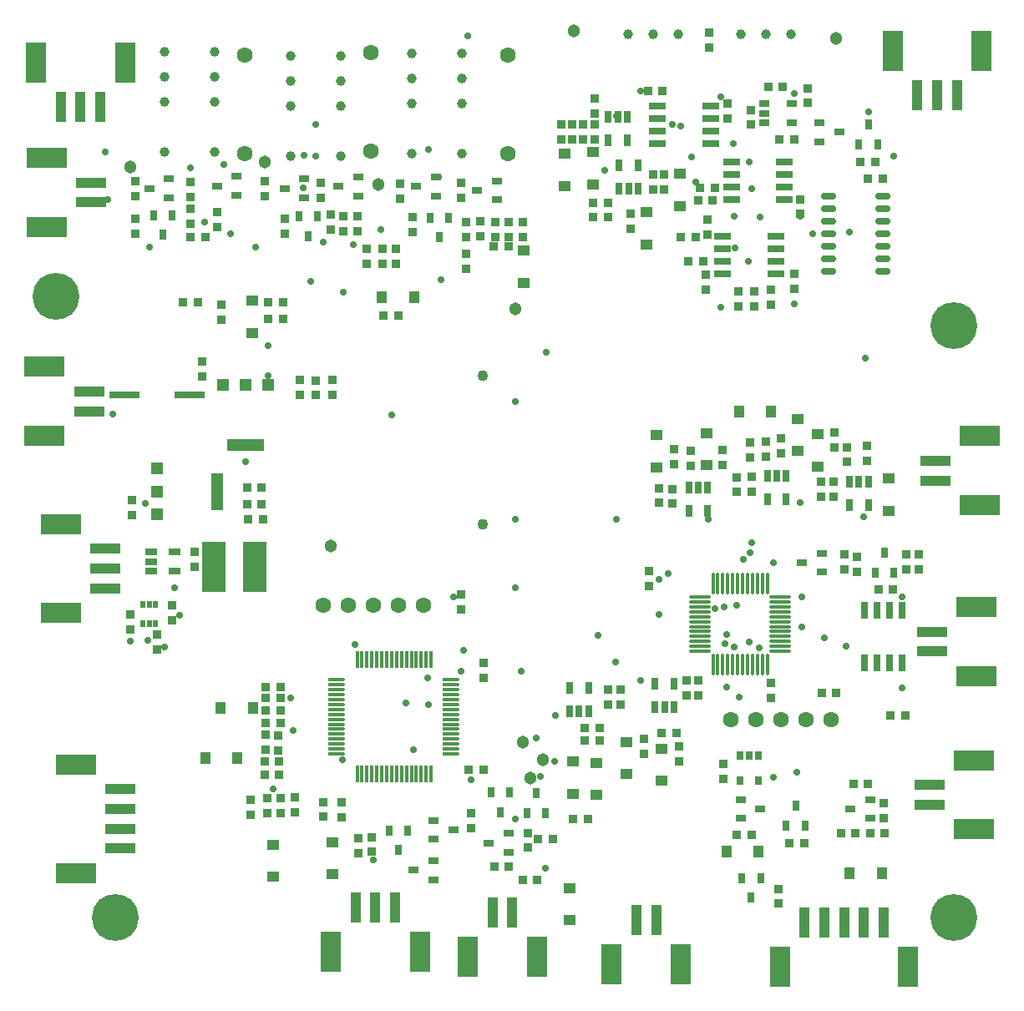
<source format=gts>
G04*
G04 #@! TF.GenerationSoftware,Altium Limited,Altium Designer,19.0.14 (431)*
G04*
G04 Layer_Color=8388736*
%FSLAX25Y25*%
%MOIN*%
G70*
G01*
G75*
%ADD19R,0.03550X0.03353*%
%ADD20R,0.03353X0.03550*%
%ADD21R,0.05124X0.03943*%
%ADD22R,0.03943X0.05124*%
%ADD23R,0.02959X0.04731*%
%ADD24R,0.16148X0.08274*%
%ADD25R,0.12211X0.04337*%
%ADD26R,0.08274X0.16148*%
%ADD27R,0.04337X0.12211*%
%ADD28R,0.03156X0.03943*%
%ADD29R,0.04337X0.02762*%
%ADD30R,0.03943X0.03156*%
%ADD31R,0.04731X0.02959*%
%ADD32R,0.02762X0.06502*%
%ADD33O,0.01581X0.06699*%
%ADD34O,0.06699X0.01581*%
%ADD35R,0.01975X0.02959*%
%ADD36R,0.14573X0.05124*%
%ADD37R,0.05124X0.05124*%
%ADD38R,0.09652X0.20479*%
%ADD39R,0.02565X0.03550*%
%ADD40R,0.06502X0.02762*%
%ADD41O,0.01581X0.08668*%
%ADD42O,0.08668X0.01581*%
%ADD43R,0.05124X0.05124*%
%ADD44R,0.05124X0.14573*%
%ADD45R,0.12211X0.03156*%
%ADD46O,0.06109X0.02762*%
%ADD47C,0.03943*%
%ADD48C,0.05124*%
%ADD49C,0.06306*%
%ADD50C,0.18707*%
%ADD51C,0.03943*%
%ADD52C,0.04337*%
%ADD53C,0.02762*%
D19*
X235634Y338945D02*
D03*
X229728D02*
D03*
X185613Y311024D02*
D03*
X191518D02*
D03*
X247047Y85965D02*
D03*
X241142D02*
D03*
X114547Y342445D02*
D03*
X108642D02*
D03*
X291122Y400945D02*
D03*
X297028D02*
D03*
X318000Y362205D02*
D03*
X312094D02*
D03*
X307268Y332945D02*
D03*
X313173D02*
D03*
X144595Y153445D02*
D03*
X138689D02*
D03*
X144595Y158445D02*
D03*
X138689D02*
D03*
Y162945D02*
D03*
X144595D02*
D03*
X144095Y133205D02*
D03*
X138189D02*
D03*
X247236Y102146D02*
D03*
X253142D02*
D03*
X235768Y91045D02*
D03*
X229862D02*
D03*
X373189Y124039D02*
D03*
X379095D02*
D03*
X385705Y104400D02*
D03*
X379799D02*
D03*
X145473Y316646D02*
D03*
X139567D02*
D03*
X111594Y316445D02*
D03*
X105689D02*
D03*
X375961Y372445D02*
D03*
X381866D02*
D03*
X296654Y144488D02*
D03*
X302559D02*
D03*
X271925Y141378D02*
D03*
X266020D02*
D03*
X261221Y110236D02*
D03*
X267126D02*
D03*
X131194Y235945D02*
D03*
X137100D02*
D03*
X347689Y100545D02*
D03*
X353594D02*
D03*
X343689Y381445D02*
D03*
X349594D02*
D03*
X332480Y103937D02*
D03*
X326575D02*
D03*
X310142Y342539D02*
D03*
X304236D02*
D03*
X389059Y201902D02*
D03*
X383154D02*
D03*
X366366Y160658D02*
D03*
X360461D02*
D03*
X339189Y402445D02*
D03*
X345094D02*
D03*
X131194Y242445D02*
D03*
X137100D02*
D03*
X144595Y148445D02*
D03*
X138689D02*
D03*
X144095Y127945D02*
D03*
X138189D02*
D03*
X219689Y129945D02*
D03*
X225594D02*
D03*
X374095Y104602D02*
D03*
X368189D02*
D03*
X145473Y309842D02*
D03*
X139567D02*
D03*
X266067Y146496D02*
D03*
X271972D02*
D03*
X317094Y357205D02*
D03*
X311189D02*
D03*
X384819Y365685D02*
D03*
X378913D02*
D03*
X387992Y151575D02*
D03*
X393898D02*
D03*
X131694Y229945D02*
D03*
X137600D02*
D03*
D20*
X120866Y309646D02*
D03*
Y315551D02*
D03*
X352000Y351700D02*
D03*
Y357606D02*
D03*
X218642Y329992D02*
D03*
Y335898D02*
D03*
X169642Y350811D02*
D03*
Y344905D02*
D03*
X138689Y137992D02*
D03*
Y143898D02*
D03*
X322835Y395850D02*
D03*
Y389945D02*
D03*
X216535Y199803D02*
D03*
Y193898D02*
D03*
X84642Y191886D02*
D03*
Y185980D02*
D03*
X349594Y321992D02*
D03*
Y327898D02*
D03*
X332622Y246850D02*
D03*
Y240945D02*
D03*
X394142Y209992D02*
D03*
Y215898D02*
D03*
X95142Y177992D02*
D03*
Y183898D02*
D03*
X101189Y189492D02*
D03*
Y195398D02*
D03*
X144642Y118445D02*
D03*
Y112539D02*
D03*
X139142Y118404D02*
D03*
Y112498D02*
D03*
X132642Y111992D02*
D03*
Y117898D02*
D03*
X161736Y116945D02*
D03*
Y111039D02*
D03*
X181051Y97039D02*
D03*
Y102945D02*
D03*
X175642Y102398D02*
D03*
Y96492D02*
D03*
X143547Y143398D02*
D03*
Y137492D02*
D03*
X243122Y104596D02*
D03*
Y98691D02*
D03*
X220622Y112549D02*
D03*
Y106644D02*
D03*
X385142Y110649D02*
D03*
Y116555D02*
D03*
X235642Y348445D02*
D03*
Y342539D02*
D03*
X241142D02*
D03*
Y348445D02*
D03*
X185142Y337850D02*
D03*
Y331945D02*
D03*
X179083D02*
D03*
Y337850D02*
D03*
X360236Y238779D02*
D03*
Y244685D02*
D03*
X365370D02*
D03*
Y238779D02*
D03*
X370472Y258661D02*
D03*
Y252756D02*
D03*
X378740Y253162D02*
D03*
Y259067D02*
D03*
X326772Y240748D02*
D03*
Y246654D02*
D03*
X338142Y260827D02*
D03*
Y254921D02*
D03*
X344142Y256115D02*
D03*
Y262020D02*
D03*
X295721Y236402D02*
D03*
Y242307D02*
D03*
X300992Y241929D02*
D03*
Y236024D02*
D03*
X308268Y257150D02*
D03*
Y251244D02*
D03*
X320866Y251496D02*
D03*
Y257402D02*
D03*
X275142Y356287D02*
D03*
Y350382D02*
D03*
X269142Y356287D02*
D03*
Y350382D02*
D03*
X293142Y367350D02*
D03*
Y361445D02*
D03*
X284252Y351772D02*
D03*
Y345866D02*
D03*
X311236Y165398D02*
D03*
Y159492D02*
D03*
X306642D02*
D03*
Y165398D02*
D03*
X289764Y142185D02*
D03*
Y136279D02*
D03*
X280142Y161850D02*
D03*
Y155945D02*
D03*
X275142Y161850D02*
D03*
Y155945D02*
D03*
X158595Y279350D02*
D03*
Y285256D02*
D03*
X321142Y126124D02*
D03*
Y132029D02*
D03*
X343307Y76378D02*
D03*
Y82284D02*
D03*
X261024Y381425D02*
D03*
Y387331D02*
D03*
X340142Y321398D02*
D03*
Y315492D02*
D03*
X315094Y349350D02*
D03*
Y343445D02*
D03*
X333642Y314992D02*
D03*
Y320898D02*
D03*
X265323Y387331D02*
D03*
Y381425D02*
D03*
X218642Y348350D02*
D03*
Y342445D02*
D03*
X164689Y345492D02*
D03*
Y351398D02*
D03*
X108642Y353764D02*
D03*
Y347858D02*
D03*
X197142Y350398D02*
D03*
Y344492D02*
D03*
X146142Y343992D02*
D03*
Y349898D02*
D03*
X86642Y343945D02*
D03*
Y349850D02*
D03*
X374701Y208949D02*
D03*
Y214854D02*
D03*
X270047Y387331D02*
D03*
Y381425D02*
D03*
X256693D02*
D03*
Y387331D02*
D03*
X113142Y286992D02*
D03*
Y292898D02*
D03*
X165142Y279492D02*
D03*
Y285398D02*
D03*
X175142Y350898D02*
D03*
Y344992D02*
D03*
X119142Y352362D02*
D03*
Y346457D02*
D03*
X224142Y348898D02*
D03*
Y342992D02*
D03*
X85142Y231586D02*
D03*
Y237492D02*
D03*
X110142Y216898D02*
D03*
Y210992D02*
D03*
X150142Y118898D02*
D03*
Y112992D02*
D03*
X169095Y116814D02*
D03*
Y110909D02*
D03*
X225642Y166492D02*
D03*
Y172398D02*
D03*
X230142Y348445D02*
D03*
Y342539D02*
D03*
X190642Y337850D02*
D03*
Y331945D02*
D03*
X332106Y260354D02*
D03*
Y254449D02*
D03*
X301555Y257677D02*
D03*
Y251772D02*
D03*
X365748Y264370D02*
D03*
Y258465D02*
D03*
X297638Y361445D02*
D03*
Y367350D02*
D03*
X303594Y133270D02*
D03*
Y139175D02*
D03*
X332402Y393287D02*
D03*
Y387382D02*
D03*
X270047Y397898D02*
D03*
Y391992D02*
D03*
X315595Y424213D02*
D03*
Y418307D02*
D03*
X314142Y327398D02*
D03*
Y321492D02*
D03*
X327142Y314992D02*
D03*
Y320898D02*
D03*
X355118Y396063D02*
D03*
Y401968D02*
D03*
X192142Y357992D02*
D03*
Y363898D02*
D03*
X138142Y358992D02*
D03*
Y364898D02*
D03*
X86642Y358992D02*
D03*
Y364898D02*
D03*
X369606Y215854D02*
D03*
Y209949D02*
D03*
X399142Y215898D02*
D03*
Y209992D02*
D03*
X291642Y209205D02*
D03*
Y203299D02*
D03*
X340413Y164350D02*
D03*
Y158445D02*
D03*
X108642Y358492D02*
D03*
Y364398D02*
D03*
X152142Y279445D02*
D03*
Y285350D02*
D03*
X216535Y364173D02*
D03*
Y358268D02*
D03*
X160642Y364173D02*
D03*
Y358268D02*
D03*
D21*
X241732Y324272D02*
D03*
Y337146D02*
D03*
X133142Y304193D02*
D03*
Y317067D02*
D03*
X359055Y263839D02*
D03*
Y250965D02*
D03*
X387402Y233327D02*
D03*
Y246201D02*
D03*
X303937Y354842D02*
D03*
Y367717D02*
D03*
X290551Y339626D02*
D03*
Y352500D02*
D03*
X259842Y69725D02*
D03*
Y82599D02*
D03*
X141642Y87008D02*
D03*
Y99882D02*
D03*
X165354Y88051D02*
D03*
Y100925D02*
D03*
X269142Y363571D02*
D03*
Y376445D02*
D03*
X257874Y362854D02*
D03*
Y375728D02*
D03*
X282677Y128094D02*
D03*
Y140969D02*
D03*
X296630Y125453D02*
D03*
Y138327D02*
D03*
X350905Y269961D02*
D03*
Y257087D02*
D03*
X294491Y263524D02*
D03*
Y250650D02*
D03*
X314567Y264311D02*
D03*
Y251437D02*
D03*
X270472Y119685D02*
D03*
Y132559D02*
D03*
X261417Y133087D02*
D03*
Y120213D02*
D03*
D22*
X197955Y318504D02*
D03*
X185081D02*
D03*
X322512Y97244D02*
D03*
X335386D02*
D03*
X120728Y154445D02*
D03*
X133602D02*
D03*
X114504Y134445D02*
D03*
X127378D02*
D03*
X384579Y88602D02*
D03*
X371705D02*
D03*
X327468Y272902D02*
D03*
X340342D02*
D03*
D23*
X282882Y390551D02*
D03*
X279142D02*
D03*
X275402D02*
D03*
Y381102D02*
D03*
X282882D02*
D03*
X279724Y361748D02*
D03*
X283465D02*
D03*
X287205D02*
D03*
Y371197D02*
D03*
X279724D02*
D03*
X346346Y237677D02*
D03*
X338866D02*
D03*
Y247126D02*
D03*
X342606D02*
D03*
X346346D02*
D03*
X314961Y233177D02*
D03*
X307480D02*
D03*
Y242626D02*
D03*
X311221D02*
D03*
X314961D02*
D03*
X294075Y164142D02*
D03*
X301555D02*
D03*
Y154693D02*
D03*
X297815D02*
D03*
X294075D02*
D03*
X260039Y153110D02*
D03*
X263779D02*
D03*
X267520D02*
D03*
Y162559D02*
D03*
X260039D02*
D03*
X379142Y235445D02*
D03*
X371661D02*
D03*
Y244894D02*
D03*
X375402D02*
D03*
X379142D02*
D03*
D24*
X423539Y235445D02*
D03*
Y263005D02*
D03*
X422390Y167199D02*
D03*
Y194758D02*
D03*
X421260Y106046D02*
D03*
Y133606D02*
D03*
X62992Y88602D02*
D03*
Y131910D02*
D03*
X51181Y346492D02*
D03*
Y374052D02*
D03*
X50429Y263134D02*
D03*
Y290694D02*
D03*
X56982Y227879D02*
D03*
Y192445D02*
D03*
D25*
X405822Y253162D02*
D03*
Y245288D02*
D03*
X404673Y184915D02*
D03*
Y177041D02*
D03*
X403543Y123763D02*
D03*
Y115889D02*
D03*
X80709Y106319D02*
D03*
Y98445D02*
D03*
Y114193D02*
D03*
Y122067D02*
D03*
X68898Y364209D02*
D03*
Y356335D02*
D03*
X68146Y280851D02*
D03*
Y272977D02*
D03*
X74699Y218036D02*
D03*
Y202288D02*
D03*
Y210162D02*
D03*
D26*
X276774Y52097D02*
D03*
X304334D02*
D03*
X219298Y55118D02*
D03*
X246858D02*
D03*
X47051Y412162D02*
D03*
X82485D02*
D03*
X343913Y51181D02*
D03*
X395095D02*
D03*
X424359Y416732D02*
D03*
X388925D02*
D03*
X164689Y57086D02*
D03*
X200122D02*
D03*
D27*
X294491Y69814D02*
D03*
X286617D02*
D03*
X237015Y72835D02*
D03*
X229141D02*
D03*
X64768Y394445D02*
D03*
X56894D02*
D03*
X72642D02*
D03*
X353756Y68898D02*
D03*
X361630D02*
D03*
X369504D02*
D03*
X385252D02*
D03*
X377378D02*
D03*
X414516Y399015D02*
D03*
X398768D02*
D03*
X406642D02*
D03*
X174531Y74803D02*
D03*
X190279D02*
D03*
X182405D02*
D03*
D28*
X236024Y120752D02*
D03*
X228543D02*
D03*
X232283Y112878D02*
D03*
X379142Y387382D02*
D03*
X382882Y379508D02*
D03*
X375402D02*
D03*
X385606Y216339D02*
D03*
X389347Y208465D02*
D03*
X381866D02*
D03*
X191642Y97748D02*
D03*
X187902Y105622D02*
D03*
X195382D02*
D03*
X246622Y120492D02*
D03*
X250362Y112618D02*
D03*
X242882D02*
D03*
X350142Y115482D02*
D03*
X353882Y107608D02*
D03*
X346402D02*
D03*
X211756Y350319D02*
D03*
X204276D02*
D03*
X208016Y342445D02*
D03*
X159398Y350835D02*
D03*
X151917D02*
D03*
X155657Y342961D02*
D03*
X101382Y351319D02*
D03*
X93902D02*
D03*
X97642Y343445D02*
D03*
X336142Y86545D02*
D03*
X328661D02*
D03*
X332402Y78671D02*
D03*
D29*
X337728Y395685D02*
D03*
Y391945D02*
D03*
Y388205D02*
D03*
X348555D02*
D03*
Y395685D02*
D03*
D30*
X367579Y384378D02*
D03*
X359705Y380638D02*
D03*
Y388118D02*
D03*
X352705Y212445D02*
D03*
X360579Y216185D02*
D03*
Y208705D02*
D03*
X213516Y105886D02*
D03*
X205642Y102146D02*
D03*
Y109626D02*
D03*
X197768Y89705D02*
D03*
X205642Y93445D02*
D03*
Y85965D02*
D03*
X371933Y114193D02*
D03*
X379807Y117933D02*
D03*
Y110453D02*
D03*
X227685Y100659D02*
D03*
X235559Y104400D02*
D03*
Y96919D02*
D03*
X230957Y357480D02*
D03*
Y364961D02*
D03*
X223083Y361221D02*
D03*
X206642Y358992D02*
D03*
Y366472D02*
D03*
X198768Y362732D02*
D03*
X100079Y358205D02*
D03*
Y365685D02*
D03*
X92205Y361945D02*
D03*
X127016Y359205D02*
D03*
Y366685D02*
D03*
X119142Y362945D02*
D03*
X328205Y117848D02*
D03*
Y110368D02*
D03*
X336079Y114108D02*
D03*
X154016Y358205D02*
D03*
Y365685D02*
D03*
X146142Y361945D02*
D03*
X175579Y358992D02*
D03*
Y366472D02*
D03*
X167705Y362732D02*
D03*
D31*
X102366Y216685D02*
D03*
Y209205D02*
D03*
X92917D02*
D03*
Y212945D02*
D03*
Y216685D02*
D03*
D32*
X377642Y172398D02*
D03*
X382642D02*
D03*
X387642D02*
D03*
X392642D02*
D03*
Y193658D02*
D03*
X387642D02*
D03*
X382642D02*
D03*
X377642D02*
D03*
D33*
X175146Y128110D02*
D03*
X177114D02*
D03*
X179083D02*
D03*
X181051D02*
D03*
X183020D02*
D03*
X184988D02*
D03*
X186957D02*
D03*
X188925D02*
D03*
X190894D02*
D03*
X192862D02*
D03*
X194831D02*
D03*
X196799D02*
D03*
X198768D02*
D03*
X200736D02*
D03*
X202705D02*
D03*
X204673D02*
D03*
Y173779D02*
D03*
X202705D02*
D03*
X200736D02*
D03*
X198768D02*
D03*
X196799D02*
D03*
X194831D02*
D03*
X192862D02*
D03*
X190894D02*
D03*
X188925D02*
D03*
X186957D02*
D03*
X184988D02*
D03*
X183020D02*
D03*
X181051D02*
D03*
X179083D02*
D03*
X177114D02*
D03*
X175146D02*
D03*
D34*
X212744Y136181D02*
D03*
Y138150D02*
D03*
Y140118D02*
D03*
Y142087D02*
D03*
Y144055D02*
D03*
Y146024D02*
D03*
Y147992D02*
D03*
Y149961D02*
D03*
Y151929D02*
D03*
Y153898D02*
D03*
Y155866D02*
D03*
Y157835D02*
D03*
Y159803D02*
D03*
Y161772D02*
D03*
Y163740D02*
D03*
Y165709D02*
D03*
X167075D02*
D03*
Y163740D02*
D03*
Y161772D02*
D03*
Y159803D02*
D03*
Y157835D02*
D03*
Y155866D02*
D03*
Y153898D02*
D03*
Y151929D02*
D03*
Y149961D02*
D03*
Y147992D02*
D03*
Y146024D02*
D03*
Y144055D02*
D03*
Y142087D02*
D03*
Y140118D02*
D03*
Y138150D02*
D03*
Y136181D02*
D03*
D35*
X89583Y195685D02*
D03*
X92142D02*
D03*
X94701D02*
D03*
Y188205D02*
D03*
X92142D02*
D03*
X89583D02*
D03*
D36*
X130642Y259437D02*
D03*
D37*
X121587Y283453D02*
D03*
X130642D02*
D03*
X139697D02*
D03*
D38*
X117803Y210850D02*
D03*
X134142D02*
D03*
D39*
X335382Y125563D02*
D03*
X327902D02*
D03*
Y135602D02*
D03*
X331642D02*
D03*
X335382D02*
D03*
D40*
X321012Y327945D02*
D03*
Y332945D02*
D03*
Y337945D02*
D03*
Y342945D02*
D03*
X342272D02*
D03*
Y337945D02*
D03*
Y332945D02*
D03*
Y327945D02*
D03*
X324512Y357398D02*
D03*
Y362398D02*
D03*
Y367398D02*
D03*
Y372398D02*
D03*
X345772D02*
D03*
Y367398D02*
D03*
Y362398D02*
D03*
Y357398D02*
D03*
X316272Y394945D02*
D03*
Y389945D02*
D03*
Y384945D02*
D03*
Y379945D02*
D03*
X295012D02*
D03*
Y384945D02*
D03*
Y389945D02*
D03*
Y394945D02*
D03*
D41*
X338791Y204114D02*
D03*
X336823D02*
D03*
X334854D02*
D03*
X332886D02*
D03*
X330917D02*
D03*
X328949D02*
D03*
X326980D02*
D03*
X325012D02*
D03*
X323043D02*
D03*
X321075D02*
D03*
X319106D02*
D03*
X317138D02*
D03*
Y171831D02*
D03*
X319106D02*
D03*
X321075D02*
D03*
X323043D02*
D03*
X325012D02*
D03*
X326980D02*
D03*
X328949D02*
D03*
X330917D02*
D03*
X332886D02*
D03*
X334854D02*
D03*
X336823D02*
D03*
X338791D02*
D03*
D42*
X311823Y198799D02*
D03*
Y196831D02*
D03*
Y194862D02*
D03*
Y192894D02*
D03*
Y190925D02*
D03*
Y188957D02*
D03*
Y186988D02*
D03*
Y185020D02*
D03*
Y183051D02*
D03*
Y181082D02*
D03*
Y179114D02*
D03*
Y177146D02*
D03*
X344106D02*
D03*
Y179114D02*
D03*
Y181082D02*
D03*
Y183051D02*
D03*
Y185020D02*
D03*
Y186988D02*
D03*
Y188957D02*
D03*
Y190925D02*
D03*
Y192894D02*
D03*
Y194862D02*
D03*
Y196831D02*
D03*
Y198799D02*
D03*
D43*
X95134Y250000D02*
D03*
Y240945D02*
D03*
Y231890D02*
D03*
D44*
X119150Y240945D02*
D03*
D45*
X82150Y279445D02*
D03*
X108134D02*
D03*
D46*
X384870Y328945D02*
D03*
Y333945D02*
D03*
Y338945D02*
D03*
Y343945D02*
D03*
Y348945D02*
D03*
Y353945D02*
D03*
Y358945D02*
D03*
X363413Y328945D02*
D03*
Y333945D02*
D03*
Y338945D02*
D03*
Y343945D02*
D03*
Y348945D02*
D03*
Y353945D02*
D03*
Y358945D02*
D03*
D47*
X118134Y396575D02*
D03*
Y406575D02*
D03*
Y416575D02*
D03*
X98134D02*
D03*
Y406575D02*
D03*
Y396575D02*
D03*
Y376575D02*
D03*
X118134D02*
D03*
X216799Y395685D02*
D03*
Y405685D02*
D03*
Y415685D02*
D03*
X196799D02*
D03*
Y405685D02*
D03*
Y395685D02*
D03*
Y375685D02*
D03*
X216799D02*
D03*
X168595Y374945D02*
D03*
X148594D02*
D03*
Y394945D02*
D03*
Y404945D02*
D03*
Y414945D02*
D03*
X168595D02*
D03*
Y404945D02*
D03*
Y394945D02*
D03*
D48*
X84642Y370445D02*
D03*
X183642Y363398D02*
D03*
X138142Y372445D02*
D03*
X164642Y219225D02*
D03*
X238142Y313945D02*
D03*
X366142Y421945D02*
D03*
X261642Y424945D02*
D03*
X241142Y140969D02*
D03*
X244142Y126445D02*
D03*
X249142Y133945D02*
D03*
D49*
X180642Y416130D02*
D03*
Y376760D02*
D03*
X130142Y415130D02*
D03*
Y375760D02*
D03*
X364142Y149945D02*
D03*
X354142D02*
D03*
X344142D02*
D03*
X334142D02*
D03*
X324142D02*
D03*
X201642Y195445D02*
D03*
X191642D02*
D03*
X181642D02*
D03*
X171642D02*
D03*
X161642D02*
D03*
X235142Y375760D02*
D03*
Y415130D02*
D03*
D50*
X55118Y318898D02*
D03*
X78740Y70866D02*
D03*
X413386D02*
D03*
Y307087D02*
D03*
D51*
X303142Y423445D02*
D03*
X293142D02*
D03*
X283142D02*
D03*
X348142D02*
D03*
X338142D02*
D03*
X328142D02*
D03*
D52*
X225142Y287000D02*
D03*
Y227945D02*
D03*
D53*
X270079Y397929D02*
D03*
X278716Y390976D02*
D03*
X315354Y229945D02*
D03*
X278716D02*
D03*
X377165Y230709D02*
D03*
X351969Y236356D02*
D03*
X349606Y315748D02*
D03*
X377917Y294130D02*
D03*
X288189Y165354D02*
D03*
X278346Y172835D02*
D03*
X240551Y169291D02*
D03*
X238142Y202362D02*
D03*
X274016Y369291D02*
D03*
X207543Y366472D02*
D03*
X288445Y400945D02*
D03*
X91642Y181500D02*
D03*
X104250Y191409D02*
D03*
X321539Y194945D02*
D03*
X304334Y386990D02*
D03*
X325524Y178869D02*
D03*
X332520Y220472D02*
D03*
X250362Y90519D02*
D03*
X253142Y102146D02*
D03*
X340413Y164350D02*
D03*
X238142Y276718D02*
D03*
Y229945D02*
D03*
X188976Y271654D02*
D03*
X238142Y110236D02*
D03*
X310221Y364398D02*
D03*
X352000Y350945D02*
D03*
X336004Y350394D02*
D03*
X158500Y374945D02*
D03*
X114173Y348445D02*
D03*
X121862Y371571D02*
D03*
X153955Y375084D02*
D03*
X108642Y370008D02*
D03*
X158736Y387382D02*
D03*
X153642Y362205D02*
D03*
X253935Y133270D02*
D03*
X317913Y193996D02*
D03*
X174353Y179823D02*
D03*
X139500Y287209D02*
D03*
X84642Y181000D02*
D03*
X139500Y299000D02*
D03*
X335500Y178626D02*
D03*
X322000Y180279D02*
D03*
X295606Y205945D02*
D03*
X379142Y392358D02*
D03*
X326000Y338098D02*
D03*
X301000Y387500D02*
D03*
X349642Y399945D02*
D03*
X320142Y398445D02*
D03*
X352642Y198776D02*
D03*
X392642D02*
D03*
X220472Y125795D02*
D03*
X341142Y126945D02*
D03*
X350642Y128945D02*
D03*
X331689Y180685D02*
D03*
X370142Y179189D02*
D03*
X299213Y208177D02*
D03*
X213516Y198776D02*
D03*
X181646Y93945D02*
D03*
X197642Y137795D02*
D03*
X169291Y133965D02*
D03*
X216535Y169291D02*
D03*
X130642Y252969D02*
D03*
X141732Y122047D02*
D03*
X149606Y145409D02*
D03*
X148642Y158445D02*
D03*
X98425Y178945D02*
D03*
X90551Y236221D02*
D03*
X75736Y357606D02*
D03*
X308642Y374571D02*
D03*
X320142Y314445D02*
D03*
X250642Y296445D02*
D03*
X389135Y374945D02*
D03*
X169642Y320445D02*
D03*
X184642Y345445D02*
D03*
X173642Y339445D02*
D03*
X161736Y340445D02*
D03*
X124689Y343992D02*
D03*
X92142Y338445D02*
D03*
X341142Y212445D02*
D03*
X322642Y162945D02*
D03*
X361642Y182445D02*
D03*
X352642Y186965D02*
D03*
X246642Y142445D02*
D03*
X322642Y183898D02*
D03*
X248142Y127142D02*
D03*
X326642Y195445D02*
D03*
X332106Y216339D02*
D03*
X208642Y325445D02*
D03*
X134642Y338445D02*
D03*
X329142Y213945D02*
D03*
X77642Y271945D02*
D03*
X74642Y376445D02*
D03*
X371661Y344492D02*
D03*
X356842Y343992D02*
D03*
X102142Y202445D02*
D03*
X194642Y156445D02*
D03*
X254142Y151445D02*
D03*
X203642Y155945D02*
D03*
X203142Y166445D02*
D03*
X271142Y183445D02*
D03*
X217642Y177445D02*
D03*
X327474Y158945D02*
D03*
X392642Y162445D02*
D03*
X219142Y422882D02*
D03*
X295642Y191945D02*
D03*
X325142Y379945D02*
D03*
X325642Y350945D02*
D03*
X331689Y372398D02*
D03*
X332642Y361945D02*
D03*
X331142Y332945D02*
D03*
X156642Y324945D02*
D03*
X203705Y377382D02*
D03*
M02*

</source>
